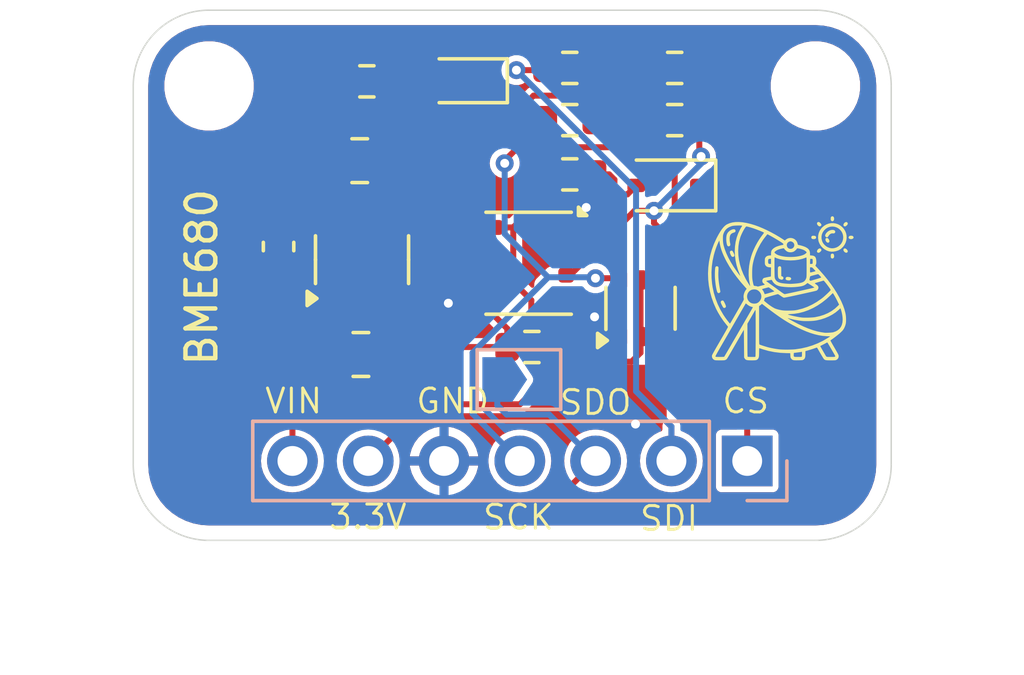
<source format=kicad_pcb>
(kicad_pcb (version 20240108) (generator "pcbnew") (generator_version "8.0")
  (title_block (title "BME680") (date "2024-03-06"))
  (layers (0 "F.Cu" signal) (31 "B.Cu" signal) (34 "B.Paste" user) (35 "F.Paste" user) (36 "B.SilkS" user "B.Silkscreen") (37 "F.SilkS" user "F.Silkscreen") (38 "B.Mask" user) (39 "F.Mask" user) (44 "Edge.Cuts" user))
  (net 0 "")
  (net 1 "GND")
  (net 2 "3.3V")
  (net 3 "VCC")
  (net 4 "/SCK{slash}SCL")
  (net 5 "/SDI{slash}SDA")
  (net 6 "Net-(D1-A)")
  (net 7 "/CS")
  (net 8 "/CS_3V")
  (net 10 "/SCK_3V")
  (net 11 "/SDO{slash}ADR")
  (net 12 "/SDI_3V")
  (footprint "Resistor_SMD:R_0603_1608Metric" (layer "F.Cu") (at 149.16 107.41)
    (property "Reference" "R4" (hide yes))
    (property "Value" "10k")
    (pad "1" smd roundrect (at -0.825 0) (size 0.8 0.95) (layers "F.Cu" "F.Paste" "F.Mask") (net 11 "/SDO{slash}ADR"))
    (pad "2" smd roundrect (at 0.825 0) (size 0.8 0.95) (layers "F.Cu" "F.Paste" "F.Mask") (net 2 "3.3V"))
  )
  (footprint "Diode_SMD:D_SOD-323" (layer "F.Cu") (at 153.71 101.99 180)
    (property "Reference" "D2" (hide yes))
    (property "Value" "1N4148")
    (pad "1" smd roundrect (at -1.05 0 180) (size 0.6 0.45) (layers "F.Cu" "F.Paste" "F.Mask") (net 7 "/CS"))
    (pad "2" smd roundrect (at 1.05 0 180) (size 0.6 0.45) (layers "F.Cu" "F.Paste" "F.Mask") (net 8 "/CS_3V"))
  )
  (footprint "Capacitor_SMD:C_0603_1608Metric" (layer "F.Cu") (at 140.67 104.04 -90)
    (property "Reference" "C1" (hide yes))
    (property "Value" "0.1uF")
    (pad "1" smd roundrect (at -0.775 0 270) (size 0.9 0.95) (layers "F.Cu" "F.Paste" "F.Mask") (net 2 "3.3V"))
    (pad "2" smd roundrect (at 0.775 0 270) (size 0.9 0.95) (layers "F.Cu" "F.Paste" "F.Mask") (net 1 "GND"))
  )
  (footprint "Resistor_SMD:R_0603_1608Metric" (layer "F.Cu") (at 153.945 99.8)
    (property "Reference" "R7" (hide yes))
    (property "Value" "10k")
    (pad "1" smd roundrect (at -0.825 0) (size 0.8 0.95) (layers "F.Cu" "F.Paste" "F.Mask") (net 2 "3.3V"))
    (pad "2" smd roundrect (at 0.825 0) (size 0.8 0.95) (layers "F.Cu" "F.Paste" "F.Mask") (net 12 "/SDI_3V"))
  )
  (footprint "Capacitor_SMD:C_0805_2012Metric" (layer "F.Cu") (at 143.43 107.66)
    (property "Reference" "C2" (hide yes))
    (property "Value" "10uF")
    (pad "1" smd roundrect (at -0.95 0) (size 1 1.45) (layers "F.Cu" "F.Paste" "F.Mask") (net 3 "VCC"))
    (pad "2" smd roundrect (at 0.95 0) (size 1 1.45) (layers "F.Cu" "F.Paste" "F.Mask") (net 1 "GND"))
  )
  (footprint "Resistor_SMD:R_0603_1608Metric" (layer "F.Cu") (at 143.63 98.5)
    (property "Reference" "R1" (hide yes))
    (property "Value" "10k")
    (pad "1" smd roundrect (at -0.825 0) (size 0.8 0.95) (layers "F.Cu" "F.Paste" "F.Mask") (net 2 "3.3V"))
    (pad "2" smd roundrect (at 0.825 0) (size 0.8 0.95) (layers "F.Cu" "F.Paste" "F.Mask") (net 6 "Net-(D1-A)"))
  )
  (footprint "Resistor_SMD:R_0603_1608Metric" (layer "F.Cu") (at 153.945 98.05)
    (property "Reference" "R6" (hide yes))
    (property "Value" "10k")
    (pad "1" smd roundrect (at -0.825 0) (size 0.8 0.95) (layers "F.Cu" "F.Paste" "F.Mask") (net 2 "3.3V"))
    (pad "2" smd roundrect (at 0.825 0) (size 0.8 0.95) (layers "F.Cu" "F.Paste" "F.Mask") (net 10 "/SCK_3V"))
  )
  (footprint "Package_TO_SOT_SMD:SOT-363_SC-70-6" (layer "F.Cu") (at 152.8 106.11 90)
    (property "Reference" "Q2" (hide yes))
    (property "Value" "BSS138")
    (pad "1" smd roundrect (at -0.95 -0.65 90) (size 0.65 0.4) (layers "F.Cu" "F.Paste" "F.Mask") (net 10 "/SCK_3V"))
    (pad "2" smd roundrect (at -0.95 0 90) (size 0.65 0.4) (layers "F.Cu" "F.Paste" "F.Mask") (net 2 "3.3V"))
    (pad "3" smd roundrect (at -0.95 0.65 90) (size 0.65 0.4) (layers "F.Cu" "F.Paste" "F.Mask") (net 5 "/SDI{slash}SDA"))
    (pad "4" smd roundrect (at 0.95 0.65 90) (size 0.65 0.4) (layers "F.Cu" "F.Paste" "F.Mask") (net 12 "/SDI_3V"))
    (pad "5" smd roundrect (at 0.95 0 90) (size 0.65 0.4) (layers "F.Cu" "F.Paste" "F.Mask") (net 2 "3.3V"))
    (pad "6" smd roundrect (at 0.95 -0.65 90) (size 0.65 0.4) (layers "F.Cu" "F.Paste" "F.Mask") (net 4 "/SCK{slash}SCL"))
  )
  (footprint "Resistor_SMD:R_0603_1608Metric" (layer "F.Cu") (at 150.43 99.8 180)
    (property "Reference" "R2" (hide yes))
    (property "Value" "10k")
    (pad "1" smd roundrect (at -0.825 0 180) (size 0.8 0.95) (layers "F.Cu" "F.Paste" "F.Mask") (net 3 "VCC"))
    (pad "2" smd roundrect (at 0.825 0 180) (size 0.8 0.95) (layers "F.Cu" "F.Paste" "F.Mask") (net 4 "/SCK{slash}SCL"))
  )
  (footprint "Package_TO_SOT_SMD:SOT-23-5" (layer "F.Cu") (at 143.4675 104.48 90)
    (property "Reference" "U2" (hide yes))
    (property "Value" "AP2112K-3.3")
    (pad "1" smd roundrect (at -1.1375 -0.95 90) (size 1.325 0.6) (layers "F.Cu" "F.Paste" "F.Mask") (net 3 "VCC"))
    (pad "2" smd roundrect (at -1.1375 0 90) (size 1.325 0.6) (layers "F.Cu" "F.Paste" "F.Mask") (net 1 "GND"))
    (pad "3" smd roundrect (at -1.1375 0.95 90) (size 1.325 0.6) (layers "F.Cu" "F.Paste" "F.Mask") (net 3 "VCC"))
    (pad "4" smd roundrect (at 1.1375 0.95 90) (size 1.325 0.6) (layers "F.Cu" "F.Paste" "F.Mask"))
    (pad "5" smd roundrect (at 1.1375 -0.95 90) (size 1.325 0.6) (layers "F.Cu" "F.Paste" "F.Mask") (net 2 "3.3V"))
  )
  (footprint "Resistor_SMD:R_0603_1608Metric" (layer "F.Cu") (at 150.43 98.05 180)
    (property "Reference" "R3" (hide yes))
    (property "Value" "10k")
    (pad "1" smd roundrect (at -0.825 0 180) (size 0.8 0.95) (layers "F.Cu" "F.Paste" "F.Mask") (net 3 "VCC"))
    (pad "2" smd roundrect (at 0.825 0 180) (size 0.8 0.95) (layers "F.Cu" "F.Paste" "F.Mask") (net 5 "/SDI{slash}SDA"))
  )
  (footprint "Package_LGA:Bosch_LGA-8_3x3mm_P0.8mm_ClockwisePinNumbering" (layer "F.Cu") (at 149.12 104.6 -90)
    (property "Reference" "IC1" (hide yes))
    (property "Value" "BME680")
    (pad "1" smd roundrect (at -1.2 -1.1875 270) (size 0.5 0.525) (layers "F.Cu" "F.Paste" "F.Mask") (net 1 "GND"))
    (pad "2" smd roundrect (at -0.4 -1.1875 270) (size 0.5 0.525) (layers "F.Cu" "F.Paste" "F.Mask") (net 8 "/CS_3V"))
    (pad "3" smd roundrect (at 0.4 -1.1875 270) (size 0.5 0.525) (layers "F.Cu" "F.Paste" "F.Mask") (net 12 "/SDI_3V"))
    (pad "4" smd roundrect (at 1.2 -1.1875 270) (size 0.5 0.525) (layers "F.Cu" "F.Paste" "F.Mask") (net 10 "/SCK_3V"))
    (pad "5" smd roundrect (at 1.2 1.1875 270) (size 0.5 0.525) (layers "F.Cu" "F.Paste" "F.Mask") (net 11 "/SDO{slash}ADR"))
    (pad "6" smd roundrect (at 0.4 1.1875 270) (size 0.5 0.525) (layers "F.Cu" "F.Paste" "F.Mask") (net 2 "3.3V"))
    (pad "7" smd roundrect (at -0.4 1.1875 270) (size 0.5 0.525) (layers "F.Cu" "F.Paste" "F.Mask"))
    (pad "8" smd roundrect (at -1.2 1.1875 270) (size 0.5 0.525) (layers "F.Cu" "F.Paste" "F.Mask") (net 2 "3.3V"))
  )
  (footprint "external_footprints:logo" (layer "F.Cu") (at 157.5 105.44)
    (property "Reference" "G***" (hide yes))
    (property "Value" "LOGO" (hide yes))
  )
  (footprint "Resistor_SMD:R_0603_1608Metric" (layer "F.Cu") (at 150.43 101.62 180)
    (property "Reference" "R5" (hide yes))
    (property "Value" "10k")
    (pad "1" smd roundrect (at -0.825 0 180) (size 0.8 0.95) (layers "F.Cu" "F.Paste" "F.Mask") (net 8 "/CS_3V"))
    (pad "2" smd roundrect (at 0.825 0 180) (size 0.8 0.95) (layers "F.Cu" "F.Paste" "F.Mask") (net 2 "3.3V"))
  )
  (footprint "MountingHole:MountingHole_2.5mm" (layer "F.Cu") (at 138.3411 98.6536)
    (property "Reference" "U$1" (hide yes))
    (property "Value" "MOUNTINGHOLE2.5")
    (pad "" np_thru_hole circle (at 0 0) (size 2.5 2.5) (drill 2.5) (layers "*.Cu" "*.Mask"))
  )
  (footprint "Capacitor_SMD:C_0805_2012Metric" (layer "F.Cu") (at 143.39 101.16)
    (property "Reference" "C3" (hide yes))
    (property "Value" "10uF")
    (pad "1" smd roundrect (at -0.95 0) (size 1 1.45) (layers "F.Cu" "F.Paste" "F.Mask") (net 2 "3.3V"))
    (pad "2" smd roundrect (at 0.95 0) (size 1 1.45) (layers "F.Cu" "F.Paste" "F.Mask") (net 1 "GND"))
  )
  (footprint "LED_SMD:LED_0603_1608Metric" (layer "F.Cu") (at 146.8525 98.48 180)
    (property "Reference" "D1" (hide yes))
    (property "Value" "GREEN")
    (pad "1" smd roundrect (at -0.7875 0 180) (size 0.875 0.95) (layers "F.Cu" "F.Paste" "F.Mask") (net 1 "GND"))
    (pad "2" smd roundrect (at 0.7875 0 180) (size 0.875 0.95) (layers "F.Cu" "F.Paste" "F.Mask") (net 6 "Net-(D1-A)"))
  )
  (footprint "MountingHole:MountingHole_2.5mm" (layer "F.Cu") (at 158.6611 98.6536)
    (property "Reference" "U$17" (hide yes))
    (property "Value" "MOUNTINGHOLE2.5")
    (pad "" np_thru_hole circle (at 0 0) (size 2.5 2.5) (drill 2.5) (layers "*.Cu" "*.Mask"))
  )
  (footprint "Jumper:SolderJumper-2_P1.3mm_Open_TrianglePad1.0x1.5mm" (layer "B.Cu") (at 148.725 108.5)
    (property "Reference" "SJ1" (hide yes))
    (property "Value" "SOLDERJUMPER")
    (pad "1" smd custom (at -0.725 0) (size 0.3 0.3) (layers "B.Cu" "B.Mask") (net 11 "/SDO{slash}ADR") (options (clearance outline) (anchor rect)) (primitives (gr_poly (pts (xy 1 0) (xy 0.5 -0.75) (xy -0.5 -0.75) (xy -0.5 0.75) (xy 0.5 0.75)) (width 0) (fill yes))))
    (pad "2" smd custom (at 0.725 0) (size 0.3 0.3) (layers "B.Cu" "B.Mask") (net 1 "GND") (options (clearance outline) (anchor rect)) (primitives (gr_poly (pts (xy 0.5 -0.75) (xy -0.65 -0.75) (xy -0.15 0) (xy -0.65 0.75) (xy 0.5 0.75)) (width 0) (fill yes))))
  )
  (footprint "Connector_PinHeader_2.54mm:PinHeader_1x07_P2.54mm_Vertical" (layer "B.Cu") (at 156.375 111.23 90)
    (property "Reference" "J1" (hide yes))
    (property "Value" "HEADER-1X770MIL")
    (pad "1" thru_hole rect (at 0 0 90) (size 1.7 1.7) (drill 1) (layers "*.Cu" "*.Mask") (net 7 "/CS"))
    (pad "2" thru_hole oval (at 0 -2.54 90) (size 1.7 1.7) (drill 1) (layers "*.Cu" "*.Mask") (net 5 "/SDI{slash}SDA"))
    (pad "3" thru_hole oval (at 0 -5.08 90) (size 1.7 1.7) (drill 1) (layers "*.Cu" "*.Mask") (net 11 "/SDO{slash}ADR"))
    (pad "4" thru_hole oval (at 0 -7.62 90) (size 1.7 1.7) (drill 1) (layers "*.Cu" "*.Mask") (net 4 "/SCK{slash}SCL"))
    (pad "5" thru_hole oval (at 0 -10.16 90) (size 1.7 1.7) (drill 1) (layers "*.Cu" "*.Mask") (net 1 "GND"))
    (pad "6" thru_hole oval (at 0 -12.7 90) (size 1.7 1.7) (drill 1) (layers "*.Cu" "*.Mask") (net 2 "3.3V"))
    (pad "7" thru_hole oval (at 0 -15.24 90) (size 1.7 1.7) (drill 1) (layers "*.Cu" "*.Mask") (net 3 "VCC"))
  )
  (gr_line (start 161.2011 111.3536) (end 161.2011 98.6536) (stroke (width 0.05)) (layer "Edge.Cuts"))
  (gr_arc (start 158.6611 96.1136) (mid 160.457151 96.857549) (end 161.2011 98.6536) (stroke (width 0.05)) (layer "Edge.Cuts"))
  (gr_line (start 138.3411 113.8936) (end 158.6611 113.8936) (stroke (width 0.05)) (layer "Edge.Cuts"))
  (gr_line (start 158.6611 96.1136) (end 138.3411 96.1136) (stroke (width 0.05)) (layer "Edge.Cuts"))
  (gr_arc (start 138.3411 113.8936) (mid 136.545049 113.149651) (end 135.8011 111.3536) (stroke (width 0.05)) (layer "Edge.Cuts"))
  (gr_arc (start 135.8011 98.6536) (mid 136.545049 96.857549) (end 138.3411 96.1136) (stroke (width 0.05)) (layer "Edge.Cuts"))
  (gr_line (start 135.8011 98.6536) (end 135.8011 111.3536) (stroke (width 0.05)) (layer "Edge.Cuts"))
  (gr_arc (start 161.2011 111.3536) (mid 160.457151 113.149651) (end 158.6611 113.8936) (stroke (width 0.05)) (layer "Edge.Cuts"))
  (gr_text "SDO" (at 151.295 109.27 0) (layer "F.SilkS") (effects (font (size 0.8 0.8) (thickness 0.1) (bold yes))))
  (gr_text "VIN" (at 141.175 109.22 0) (layer "F.SilkS") (effects (font (size 0.8 0.8) (thickness 0.1) (bold yes))))
  (gr_text "GND" (at 146.505 109.22 0) (layer "F.SilkS") (effects (font (size 0.8 0.8) (thickness 0.1) (bold yes))))
  (gr_text "SDI" (at 153.755 113.16 0) (layer "F.SilkS") (effects (font (size 0.8 0.8) (thickness 0.1) (bold yes))))
  (gr_text "CS" (at 156.325 109.22 0) (layer "F.SilkS") (effects (font (size 0.8 0.8) (thickness 0.1) (bold yes))))
  (gr_text "BME680" (at 138.68 108.12 90) (layer "F.SilkS") (effects (font (size 1 1)) (justify left bottom)))
  (gr_text "3.3V" (at 143.665 113.11 0) (layer "F.SilkS") (effects (font (size 0.8 0.8) (thickness 0.1) (bold yes))))
  (gr_text "SCK" (at 148.705 113.12 0) (layer "F.SilkS") (effects (font (size 0.8 0.8) (thickness 0.1))))
  (segment (start 150.308 102.992) (end 150.57 102.73) (width 0.2) (layer "F.Cu") (net 1))
  (segment (start 150.308 103.4) (end 150.308 102.992) (width 0.2) (layer "F.Cu") (net 1))
  (segment (start 150.57 102.73) (end 150.98 102.73) (width 0.2) (layer "F.Cu") (net 1))
  (via (at 146.36 105.94) (size 0.6) (drill 0.3) (layers "F.Cu" "B.Cu") (net 1))
  (via (at 150.98 102.73) (size 0.6) (drill 0.3) (layers "F.Cu" "B.Cu") (net 1))
  (segment (start 142.518 103.342) (end 142.517 103.342) (width 0.2) (layer "F.Cu") (net 2))
  (segment (start 149.93 100.71) (end 149.605 101.035) (width 0.2) (layer "F.Cu") (net 2))
  (segment (start 142.805 97.825) (end 143.42 97.21) (width 0.2) (layer "F.Cu") (net 2))
  (segment (start 152.8 107.06) (end 152.8 105.16) (width 0.2) (layer "F.Cu") (net 2))
  (segment (start 153.12 97.45) (end 153.12 98.05) (width 0.2) (layer "F.Cu") (net 2))
  (segment (start 147.9325 103.4) (end 148.53 103.4) (width 0.2) (layer "F.Cu") (net 2))
  (segment (start 142.805 98.5) (end 142.805 97.825) (width 0.2) (layer "F.Cu") (net 2))
  (segment (start 149.605 102.325) (end 149.605 101.62) (width 0.2) (layer "F.Cu") (net 2))
  (segment (start 142.44 101.16) (end 142.518 101.238) (width 0.2) (layer "F.Cu") (net 2))
  (segment (start 152.8 107.6) (end 152.8 107.06) (width 0.2) (layer "F.Cu") (net 2))
  (segment (start 153.12 100.44) (end 152.85 100.71) (width 0.2) (layer "F.Cu") (net 2))
  (segment (start 142.517 103.342) (end 140.748 103.342) (width 0.2) (layer "F.Cu") (net 2))
  (segment (start 149.985 108.105) (end 148.76 109.33) (width 0.2) (layer "F.Cu") (net 2))
  (segment (start 151.7 107.9) (end 152.5 107.9) (width 0.2) (layer "F.Cu") (net 2))
  (segment (start 149.605 101.035) (end 149.605 101.62) (width 0.2) (layer "F.Cu") (net 2))
  (segment (start 148.76 109.33) (end 145.575 109.33) (width 0.2) (layer "F.Cu") (net 2))
  (segment (start 147.932 103.4) (end 147.9325 103.4) (width 0.2) (layer "F.Cu") (net 2))
  (segment (start 147.9325 105) (end 147.932 105) (width 0.2) (layer "F.Cu") (net 2))
  (segment (start 152.88 97.21) (end 153.12 97.45) (width 0.2) (layer "F.Cu") (net 2))
  (segment (start 149.35 107.41) (end 149.985 107.41) (width 0.2) (layer "F.Cu") (net 2))
  (segment (start 152.5 107.9) (end 152.8 107.6) (width 0.2) (layer "F.Cu") (net 2))
  (segment (start 153.12 98.05) (end 153.12 99.8) (width 0.2) (layer "F.Cu") (net 2))
  (segment (start 149.14 107.2) (end 149.35 107.41) (width 0.2) (layer "F.Cu") (net 2))
  (segment (start 149.14 105.84) (end 149.14 107.2) (width 0.2) (layer "F.Cu") (net 2))
  (segment (start 142.44 99.69) (end 142.44 101.16) (width 0.2) (layer "F.Cu") (net 2))
  (segment (start 151.21 107.41) (end 151.7 107.9) (width 0.2) (layer "F.Cu") (net 2))
  (segment (start 152.85 100.71) (end 149.93 100.71) (width 0.2) (layer "F.Cu") (net 2))
  (segment (start 142.517 103.342) (end 142.5175 103.3425) (width 0.2) (layer "F.Cu") (net 2))
  (segment (start 148.535 104.765) (end 148.3 105) (width 0.2) (layer "F.Cu") (net 2))
  (segment (start 148.53 103.4) (end 148.535 103.405) (width 0.2) (layer "F.Cu") (net 2))
  (segment (start 148.53 103.4) (end 149.605 102.325) (width 0.2) (layer "F.Cu") (net 2))
  (segment (start 153.12 99.8) (end 153.12 100.44) (width 0.2) (layer "F.Cu") (net 2))
  (segment (start 149.985 107.41) (end 151.21 107.41) (width 0.2) (layer "F.Cu") (net 2))
  (segment (start 142.805 99.325) (end 142.44 99.69) (width 0.2) (layer "F.Cu") (net 2))
  (segment (start 148.535 103.405) (end 148.535 104.765) (width 0.2) (layer "F.Cu") (net 2))
  (segment (start 145.575 109.33) (end 143.675 111.23) (width 0.2) (layer "F.Cu") (net 2))
  (segment (start 143.42 97.21) (end 152.88 97.21) (width 0.2) (layer "F.Cu") (net 2))
  (segment (start 148.3 105) (end 147.9325 105) (width 0.2) (layer "F.Cu") (net 2))
  (segment (start 142.805 98.5) (end 142.805 99.325) (width 0.2) (layer "F.Cu") (net 2))
  (segment (start 149.985 107.41) (end 149.985 108.105) (width 0.2) (layer "F.Cu") (net 2))
  (segment (start 140.748 103.342) (end 140.67 103.265) (width 0.2) (layer "F.Cu") (net 2))
  (segment (start 142.518 101.238) (end 142.518 103.342) (width 0.2) (layer "F.Cu") (net 2))
  (segment (start 148.3 105) (end 149.14 105.84) (width 0.2) (layer "F.Cu") (net 2))
  (segment (start 142.518 106.388) (end 142.765 106.635) (width 0.2) (layer "F.Cu") (net 3))
  (segment (start 142.765 106.635) (end 144.165 106.635) (width 0.2) (layer "F.Cu") (net 3))
  (segment (start 142.48 105.655) (end 142.518 105.618) (width 0.2) (layer "F.Cu") (net 3))
  (segment (start 142.518 105.618) (end 142.518 106.388) (width 0.2) (layer "F.Cu") (net 3))
  (segment (start 144.418 106.382) (end 144.418 105.618) (width 0.2) (layer "F.Cu") (net 3))
  (segment (start 146.31 103.725) (end 146.31 101.884) (width 0.2) (layer "F.Cu") (net 3))
  (segment (start 144.165 106.635) (end 144.418 106.382) (width 0.2) (layer "F.Cu") (net 3))
  (segment (start 151.255 98.05) (end 151.255 98.1594) (width 0.2) (layer "F.Cu") (net 3))
  (segment (start 142.48 107.66) (end 142.48 105.655) (width 0.2) (layer "F.Cu") (net 3))
  (segment (start 146.31 101.884) (end 149.214 98.9797) (width 0.2) (layer "F.Cu") (net 3))
  (segment (start 149.214 98.9797) (end 150.435 98.9797) (width 0.2) (layer "F.Cu") (net 3))
  (segment (start 141.135 110.078) (end 142.48 108.733) (width 0.2) (layer "F.Cu") (net 3))
  (segment (start 142.48 108.733) (end 142.48 107.66) (width 0.2) (layer "F.Cu") (net 3))
  (segment (start 151.255 98.1594) (end 150.435 98.9797) (width 0.2) (layer "F.Cu") (net 3))
  (segment (start 144.418 105.618) (end 146.31 103.725) (width 0.2) (layer "F.Cu") (net 3))
  (segment (start 141.135 111.23) (end 141.135 110.078) (width 0.2) (layer "F.Cu") (net 3))
  (segment (start 142.5175 105.6175) (end 142.518 105.618) (width 0.2) (layer "F.Cu") (net 3))
  (segment (start 144.4175 105.6175) (end 144.418 105.618) (width 0.2) (layer "F.Cu") (net 3))
  (segment (start 150.435 98.9797) (end 151.255 99.8) (width 0.2) (layer "F.Cu") (net 3))
  (segment (start 152.15 105.16) (end 152.092 105.102) (width 0.2) (layer "F.Cu") (net 4))
  (segment (start 152.092 105.102) (end 151.29 105.102) (width 0.2) (layer "F.Cu") (net 4))
  (segment (start 148.248 101.248) (end 148.248 101.157) (width 0.2) (layer "F.Cu") (net 4))
  (segment (start 148.248 101.157) (end 149.605 99.8) (width 0.2) (layer "F.Cu") (net 4))
  (via (at 148.248 101.248) (size 0.6) (drill 0.3) (layers "F.Cu" "B.Cu") (net 4))
  (via (at 151.29 105.102) (size 0.6) (drill 0.3) (layers "F.Cu" "B.Cu") (net 4))
  (segment (start 148.248 103.613) (end 148.248 101.248) (width 0.2) (layer "B.Cu") (net 4))
  (segment (start 148.755 111.23) (end 147.171 109.646) (width 0.2) (layer "B.Cu") (net 4))
  (segment (start 149.706 105.071) (end 148.248 103.613) (width 0.2) (layer "B.Cu") (net 4))
  (segment (start 147.171 109.646) (end 147.171 107.605) (width 0.2) (layer "B.Cu") (net 4))
  (segment (start 147.171 107.605) (end 149.706 105.071) (width 0.2) (layer "B.Cu") (net 4))
  (segment (start 149.706 105.071) (end 151.258 105.071) (width 0.2) (layer "B.Cu") (net 4))
  (segment (start 151.258 105.071) (end 151.29 105.102) (width 0.2) (layer "B.Cu") (net 4))
  (segment (start 148.641 98.1241) (end 149.531 98.1241) (width 0.2) (layer "F.Cu") (net 5))
  (segment (start 153.45 109.693) (end 153.45 107.06) (width 0.2) (layer "F.Cu") (net 5))
  (segment (start 149.531 98.1241) (end 149.605 98.05) (width 0.2) (layer "F.Cu") (net 5))
  (segment (start 153.835 111.23) (end 153.835 110.078) (width 0.2) (layer "F.Cu") (net 5))
  (segment (start 153.835 110.078) (end 153.45 109.693) (width 0.2) (layer "F.Cu") (net 5))
  (via (at 148.641 98.1241) (size 0.6) (drill 0.3) (layers "F.Cu" "B.Cu") (net 5))
  (segment (start 152.65 108.893) (end 152.65 102.132) (width 0.2) (layer "B.Cu") (net 5))
  (segment (start 153.835 111.23) (end 153.835 110.078) (width 0.2) (layer "B.Cu") (net 5))
  (segment (start 153.835 110.078) (end 152.65 108.893) (width 0.2) (layer "B.Cu") (net 5))
  (segment (start 152.65 102.132) (end 148.641 98.1241) (width 0.2) (layer "B.Cu") (net 5))
  (segment (start 144.475 98.48) (end 144.455 98.5) (width 0.2) (layer "F.Cu") (net 6))
  (segment (start 146.065 98.48) (end 144.475 98.48) (width 0.2) (layer "F.Cu") (net 6))
  (segment (start 156.375 111.23) (end 156.375 103.605) (width 0.2) (layer "F.Cu") (net 7))
  (segment (start 156.375 103.605) (end 154.76 101.99) (width 0.2) (layer "F.Cu") (net 7))
  (segment (start 152.66 101.99) (end 152.36 102.29) (width 0.2) (layer "F.Cu") (net 8))
  (segment (start 150.392 104.2) (end 151.925 102.668) (width 0.2) (layer "F.Cu") (net 8))
  (segment (start 150.308 104.2) (end 150.392 104.2) (width 0.2) (layer "F.Cu") (net 8))
  (segment (start 151.925 101.795) (end 151.75 101.62) (width 0.2) (layer "F.Cu") (net 8))
  (segment (start 150.308 104.2) (end 150.3075 104.2) (width 0.2) (layer "F.Cu") (net 8))
  (segment (start 152.36 102.29) (end 151.925 102.29) (width 0.2) (layer "F.Cu") (net 8))
  (segment (start 151.925 102.29) (end 151.925 101.795) (width 0.2) (layer "F.Cu") (net 8))
  (segment (start 151.75 101.62) (end 151.255 101.62) (width 0.2) (layer "F.Cu") (net 8))
  (segment (start 151.925 102.668) (end 151.925 102.29) (width 0.2) (layer "F.Cu") (net 8))
  (segment (start 152.6318 112.0318) (end 153.1 112.5) (width 0.2) (layer "F.Cu") (net 10))
  (segment (start 153.945 98.295) (end 154.19 98.05) (width 0.2) (layer "F.Cu") (net 10))
  (segment (start 151.1 105.8) (end 151.2601 105.9601) (width 0.2) (layer "F.Cu") (net 10))
  (segment (start 151.2601 105.9601) (end 151.2601 106.3977) (width 0.2) (layer "F.Cu") (net 10))
  (segment (start 155.1 112) (end 155.1 104.7) (width 0.2) (layer "F.Cu") (net 10))
  (segment (start 150.3075 105.8) (end 151.1 105.8) (width 0.2) (layer "F.Cu") (net 10))
  (segment (start 154.6 112.5) (end 155.1 112) (width 0.2) (layer "F.Cu") (net 10))
  (segment (start 151.2601 106.3977) (end 151.2601 106.8601) (width 0.2) (layer "F.Cu") (net 10))
  (segment (start 151.46 107.06) (end 152.15 107.06) (width 0.2) (layer "F.Cu") (net 10))
  (segment (start 154.19 98.05) (end 154.77 98.05) (width 0.2) (layer "F.Cu") (net 10))
  (segment (start 153.1 112.5) (end 154.6 112.5) (width 0.2) (layer "F.Cu") (net 10))
  (segment (start 151.2601 106.8601) (end 151.46 107.06) (width 0.2) (layer "F.Cu") (net 10))
  (segment (start 152.6318 109.993) (end 152.6318 112.0318) (width 0.2) (layer "F.Cu") (net 10))
  (segment (start 155.1 104.7) (end 153.945 103.545) (width 0.2) (layer "F.Cu") (net 10))
  (segment (start 153.945 103.545) (end 153.945 98.295) (width 0.2) (layer "F.Cu") (net 10))
  (via (at 151.2601 106.3977) (size 0.6) (drill 0.3) (layers "F.Cu" "B.Cu") (net 10))
  (via (at 152.6318 109.993) (size 0.6) (drill 0.3) (layers "F.Cu" "B.Cu") (net 10))
  (segment (start 152.6318 109.993) (end 151.2601 108.6213) (width 0.2) (layer "B.Cu") (net 10))
  (segment (start 151.2601 108.6213) (end 151.2601 106.3977) (width 0.2) (layer "B.Cu") (net 10))
  (segment (start 147.9325 106.0955) (end 147.9325 105.8) (width 0.2) (layer "F.Cu") (net 11))
  (segment (start 148.335 106.795) (end 148.335 107.41) (width 0.2) (layer "F.Cu") (net 11))
  (segment (start 147.932 106.392) (end 148.335 106.795) (width 0.2) (layer "F.Cu") (net 11))
  (segment (start 149.965 112.56) (end 151.295 111.23) (width 0.2) (layer "F.Cu") (net 11))
  (segment (start 143.63 109.11) (end 142.38 110.36) (width 0.2) (layer "F.Cu") (net 11))
  (segment (start 147.932 106.096) (end 147.9325 106.0955) (width 0.2) (layer "F.Cu") (net 11))
  (segment (start 142.38 111.79) (end 143.15 112.56) (width 0.2) (layer "F.Cu") (net 11))
  (segment (start 145.06 109.11) (end 143.63 109.11) (width 0.2) (layer "F.Cu") (net 11))
  (segment (start 147.932 106.096) (end 147.932 106.392) (width 0.2) (layer "F.Cu") (net 11))
  (segment (start 148.335 107.41) (end 146.76 107.41) (width 0.2) (layer "F.Cu") (net 11))
  (segment (start 142.38 110.36) (end 142.38 111.79) (width 0.2) (layer "F.Cu") (net 11))
  (segment (start 147.932 105.8) (end 147.932 106.096) (width 0.2) (layer "F.Cu") (net 11))
  (segment (start 146.76 107.41) (end 145.06 109.11) (width 0.2) (layer "F.Cu") (net 11))
  (segment (start 143.15 112.56) (end 149.965 112.56) (width 0.2) (layer "F.Cu") (net 11))
  (segment (start 148.313 109.673) (end 149.738 109.673) (width 0.2) (layer "B.Cu") (net 11))
  (segment (start 149.738 109.673) (end 151.295 111.23) (width 0.2) (layer "B.Cu") (net 11))
  (segment (start 148 109.36) (end 148.313 109.673) (width 0.2) (layer "B.Cu") (net 11))
  (segment (start 148 108.5) (end 148 109.36) (width 0.2) (layer "B.Cu") (net 11))
  (segment (start 150.441 105) (end 152.6 102.841) (width 0.2) (layer "F.Cu") (net 12))
  (segment (start 150.308 105) (end 150.3075 105) (width 0.2) (layer "F.Cu") (net 12))
  (segment (start 154.829 101.02) (end 154.77 100.961) (width 0.2) (layer "F.Cu") (net 12))
  (segment (start 153.251 102.841) (end 153.251 103.251) (width 0.2) (layer "F.Cu") (net 12))
  (segment (start 153.251 103.251) (end 153.45 103.45) (width 0.2) (layer "F.Cu") (net 12))
  (segment (start 153.45 103.45) (end 153.45 105.16) (width 0.2) (layer "F.Cu") (net 12))
  (segment (start 152.6 102.841) (end 153.251 102.841) (width 0.2) (layer "F.Cu") (net 12))
  (segment (start 150.308 105) (end 150.441 105) (width 0.2) (layer "F.Cu") (net 12))
  (segment (start 154.77 100.961) (end 154.77 99.8) (width 0.2) (layer "F.Cu") (net 12))
  (via (at 153.251 102.841) (size 0.6) (drill 0.3) (layers "F.Cu" "B.Cu") (net 12))
  (via (at 154.829 101.02) (size 0.6) (drill 0.3) (layers "F.Cu" "B.Cu") (net 12))
  (segment (start 154.829 101.263) (end 153.251 102.841) (width 0.2) (layer "B.Cu") (net 12))
  (segment (start 154.829 101.02) (end 154.829 101.263) (width 0.2) (layer "B.Cu") (net 12))
  (zone (net 1) (net_name "GND") (layer "F.Cu") (priority 6) (connect_pads (clearance 0.000001)) (min_thickness 0.127) (fill yes (thermal_gap 0.304) (thermal_bridge_width 0.304))
    (polygon (pts (xy 161.3281 114.0206) (xy 135.6741 114.0206) (xy 135.6741 95.9866) (xy 161.3281 95.9866)))
  )
  (zone (net 1) (net_name "GND") (layer "B.Cu") (priority 6) (connect_pads (clearance 0.000001)) (min_thickness 0.127) (fill yes (thermal_gap 0.304) (thermal_bridge_width 0.304))
    (polygon (pts (xy 161.3281 114.0206) (xy 135.6741 114.0206) (xy 135.6741 95.9866) (xy 161.3281 95.9866)))
  )
)
</source>
